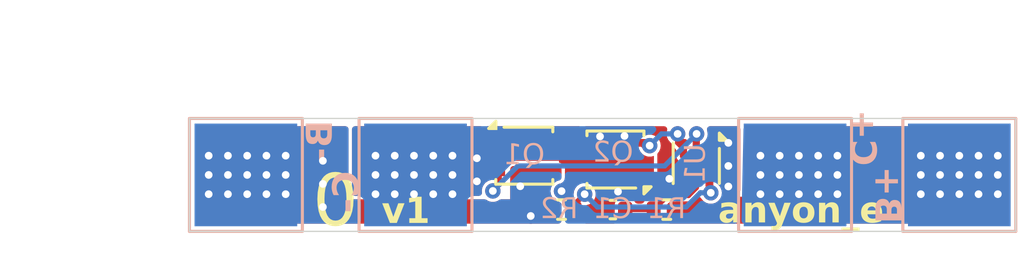
<source format=kicad_pcb>
(kicad_pcb (version 20240225) (generator "pcbnew") (generator_version "8.99")
  (layers (0 "F.Cu" signal) (31 "B.Cu" signal) (34 "B.Paste" user) (35 "F.Paste" user) (36 "B.SilkS" user "B.Silkscreen") (37 "F.SilkS" user "F.Silkscreen") (38 "B.Mask" user) (39 "F.Mask" user) (44 "Edge.Cuts" user))
  (net 0 "")
  (net 1 "Net-(U1-BAT)")
  (net 2 "/VSS")
  (net 3 "Net-(Q1-G)")
  (net 4 "/OUT_N")
  (net 5 "Net-(Q2-G)")
  (net 6 "/CELL_P")
  (net 7 "/V-")
  (net 9 "/D")
  (footprint "Package_SON:Texas_DQK" (layer "F.Cu") (at 130.55 95.5)
    (property "Reference" "Q1" (at 0 0 0) (layer "B.SilkS") (effects (font (size 0.8 0.8) (thickness 0.5)) (justify mirror)))
    (property "Value" "CSD16301Q2")
    (fp_line (start -1.11 0.93) (end -1.11 1.11) (stroke (width 0.12)) (layer "F.SilkS"))
    (fp_line (start -1.11 1.11) (end 1.11 1.11) (stroke (width 0.12)) (layer "F.SilkS"))
    (fp_line (start -0.79 -1.11) (end 1.11 -1.11) (stroke (width 0.12)) (layer "F.SilkS"))
    (fp_line (start 1.11 -1.11) (end 1.11 -0.93) (stroke (width 0.12)) (layer "F.SilkS"))
    (fp_line (start 1.11 0.93) (end 1.11 1.11) (stroke (width 0.12)) (layer "F.SilkS"))
    (fp_poly (pts (xy -1.11 -1.06) (xy -1.39 -1.06) (xy -1.11 -1.34) (xy -1.11 -1.06)) (stroke (width 0.12)) (fill solid) (layer "F.SilkS"))
    (pad "1" smd roundrect (at -0.975 -0.65) (size 0.45 0.3) (layers "F.Cu" "F.Paste" "F.Mask") (roundrect_rratio 0.167) (net 9 "/D"))
    (pad "2" smd roundrect (at -0.975 0) (size 0.45 0.3) (layers "F.Cu" "F.Paste" "F.Mask") (roundrect_rratio 0.167) (net 9 "/D"))
    (pad "3" smd roundrect (at -0.975 0.65) (size 0.45 0.3) (layers "F.Cu" "F.Paste" "F.Mask") (roundrect_rratio 0.167) (net 3 "Net-(Q1-G)"))
    (pad "4" smd roundrect (at 0.975 0.65) (size 0.45 0.3) (layers "F.Cu" "F.Paste" "F.Mask") (roundrect_rratio 0.167) (net 4 "/OUT_N"))
    (pad "5" smd roundrect (at 0.975 0) (size 0.45 0.3) (layers "F.Cu" "F.Paste" "F.Mask") (roundrect_rratio 0.167) (net 9 "/D"))
    (pad "6" smd roundrect (at 0.975 -0.65) (size 0.45 0.3) (layers "F.Cu" "F.Paste" "F.Mask") (roundrect_rratio 0.167) (net 9 "/D"))
    (pad "7" smd roundrect (at 0.095 0.65) (size 0.75 0.3) (layers "F.Cu" "F.Mask") (roundrect_rratio 0.167) (net 4 "/OUT_N"))
    (pad "8" smd roundrect (at 0 -0.325) (size 1 0.95) (layers "F.Cu" "F.Mask") (roundrect_rratio 0.053) (net 9 "/D"))
  )
  (footprint "Resistor_SMD:R_0402_1005Metric" (layer "F.Cu") (at 136.1 97.6 180)
    (property "Reference" "R1" (at 0 0 0) (layer "B.SilkS") (effects (font (size 0.8 0.8) (thickness 0.5)) (justify mirror)))
    (property "Value" "330R")
    (fp_line (start -0.153641 0.38) (end 0.153641 0.38) (stroke (width 0.12)) (layer "F.SilkS"))
    (fp_line (start -0.153641 -0.38) (end 0.153641 -0.38) (stroke (width 0.12)) (layer "F.SilkS"))
    (pad "1" smd roundrect (at -0.51 0 180) (size 0.54 0.64) (layers "F.Cu" "F.Paste" "F.Mask") (net 6 "/CELL_P"))
    (pad "2" smd roundrect (at 0.51 0 180) (size 0.54 0.64) (layers "F.Cu" "F.Paste" "F.Mask") (net 1 "Net-(U1-BAT)"))
  )
  (footprint "Package_SON:WSON-6_1.5x1.5mm_P0.5mm" (layer "F.Cu") (at 137.25 95.8 -90)
    (property "Reference" "U1" (at 0 0 -90) (layer "B.SilkS") (effects (font (size 0.8 0.8) (thickness 0.5)) (justify mirror)))
    (property "Value" "BQ29707")
    (fp_line (start -0.785 0.9) (end 0.785 0.9) (stroke (width 0.12)) (layer "F.SilkS"))
    (fp_line (start -0.58 -0.9) (end 0.78 -0.9) (stroke (width 0.12)) (layer "F.SilkS"))
    (fp_poly (pts (xy -0.9 -0.9) (xy -1.18 -0.9) (xy -0.9 -1.18) (xy -0.9 -0.9)) (stroke (width 0.12)) (fill solid) (layer "F.SilkS"))
    (pad "1" smd roundrect (at -0.525 -0.5 180) (size 0.28 0.85) (layers "F.Cu" "F.Paste" "F.Mask"))
    (pad "2" smd roundrect (at -0.575 0 180) (size 0.28 0.75) (layers "F.Cu" "F.Paste" "F.Mask") (net 3 "Net-(Q1-G)"))
    (pad "3" smd roundrect (at -0.575 0.5 180) (size 0.28 0.75) (layers "F.Cu" "F.Paste" "F.Mask") (net 5 "Net-(Q2-G)"))
    (pad "4" smd roundrect (at 0.575 0.5 180) (size 0.28 0.75) (layers "F.Cu" "F.Paste" "F.Mask") (net 2 "/VSS"))
    (pad "5" smd roundrect (at 0.575 0 180) (size 0.28 0.75) (layers "F.Cu" "F.Paste" "F.Mask") (net 1 "Net-(U1-BAT)"))
    (pad "6" smd roundrect (at 0.575 -0.5 180) (size 0.28 0.75) (layers "F.Cu" "F.Paste" "F.Mask") (net 7 "/V-"))
  )
  (footprint "Package_SON:Texas_DQK" (layer "F.Cu") (at 134.1 95.65 180)
    (property "Reference" "Q2" (at 0.1 0.25 0) (layer "B.SilkS") (effects (font (size 0.8 0.8) (thickness 0.5)) (justify mirror)))
    (property "Value" "CSD16301Q2")
    (fp_line (start 1.11 0.93) (end 1.11 1.11) (stroke (width 0.12)) (layer "F.SilkS"))
    (fp_line (start 1.11 -1.11) (end 1.11 -0.93) (stroke (width 0.12)) (layer "F.SilkS"))
    (fp_line (start -0.79 -1.11) (end 1.11 -1.11) (stroke (width 0.12)) (layer "F.SilkS"))
    (fp_line (start -1.11 1.11) (end 1.11 1.11) (stroke (width 0.12)) (layer "F.SilkS"))
    (fp_line (start -1.11 0.93) (end -1.11 1.11) (stroke (width 0.12)) (layer "F.SilkS"))
    (fp_poly (pts (xy -1.11 -1.06) (xy -1.39 -1.06) (xy -1.11 -1.34) (xy -1.11 -1.06)) (stroke (width 0.12)) (fill solid) (layer "F.SilkS"))
    (pad "1" smd roundrect (at -0.975 -0.65 180) (size 0.45 0.3) (layers "F.Cu" "F.Paste" "F.Mask") (roundrect_rratio 0.167) (net 9 "/D"))
    (pad "2" smd roundrect (at -0.975 0 180) (size 0.45 0.3) (layers "F.Cu" "F.Paste" "F.Mask") (roundrect_rratio 0.167) (net 9 "/D"))
    (pad "3" smd roundrect (at -0.975 0.65 180) (size 0.45 0.3) (layers "F.Cu" "F.Paste" "F.Mask") (roundrect_rratio 0.167) (net 5 "Net-(Q2-G)"))
    (pad "4" smd roundrect (at 0.975 0.65 180) (size 0.45 0.3) (layers "F.Cu" "F.Paste" "F.Mask") (roundrect_rratio 0.167) (net 2 "/VSS"))
    (pad "5" smd roundrect (at 0.975 0 180) (size 0.45 0.3) (layers "F.Cu" "F.Paste" "F.Mask") (roundrect_rratio 0.167) (net 9 "/D"))
    (pad "6" smd roundrect (at 0.975 -0.65 180) (size 0.45 0.3) (layers "F.Cu" "F.Paste" "F.Mask") (roundrect_rratio 0.167) (net 9 "/D"))
    (pad "7" smd roundrect (at 0.095 0.65 180) (size 0.75 0.3) (layers "F.Cu" "F.Mask") (roundrect_rratio 0.167) (net 2 "/VSS"))
    (pad "8" smd roundrect (at 0 -0.325 180) (size 1 0.95) (layers "F.Cu" "F.Mask") (roundrect_rratio 0.053) (net 9 "/D"))
  )
  (footprint "Resistor_SMD:R_0402_1005Metric" (layer "F.Cu") (at 132 97.6 180)
    (property "Reference" "R2" (at 0.1 0 0) (layer "B.SilkS") (effects (font (size 0.8 0.8) (thickness 0.5)) (justify mirror)))
    (property "Value" "2.2k")
    (fp_line (start -0.153641 0.38) (end 0.153641 0.38) (stroke (width 0.12)) (layer "F.SilkS"))
    (fp_line (start -0.153641 -0.38) (end 0.153641 -0.38) (stroke (width 0.12)) (layer "F.SilkS"))
    (pad "1" smd roundrect (at -0.51 0 180) (size 0.54 0.64) (layers "F.Cu" "F.Paste" "F.Mask") (net 7 "/V-"))
    (pad "2" smd roundrect (at 0.51 0 180) (size 0.54 0.64) (layers "F.Cu" "F.Paste" "F.Mask") (net 4 "/OUT_N"))
  )
  (footprint "Capacitor_SMD:C_0402_1005Metric" (layer "F.Cu") (at 134 97.6 180)
    (property "Reference" "C1" (at 0 0 0) (layer "B.SilkS") (effects (font (size 0.8 0.8) (thickness 0.5)) (justify mirror)))
    (property "Value" "0.1uF")
    (fp_line (start -0.107836 0.36) (end 0.107836 0.36) (stroke (width 0.12)) (layer "F.SilkS"))
    (fp_line (start -0.107836 -0.36) (end 0.107836 -0.36) (stroke (width 0.12)) (layer "F.SilkS"))
    (pad "1" smd roundrect (at -0.48 0 180) (size 0.56 0.62) (layers "F.Cu" "F.Paste" "F.Mask") (net 1 "Net-(U1-BAT)"))
    (pad "2" smd roundrect (at 0.48 0 180) (size 0.56 0.62) (layers "F.Cu" "F.Paste" "F.Mask") (net 2 "/VSS"))
  )
  (footprint "TestPoint:TestPoint_Pad_4.0x4.0mm" (layer "B.Cu") (at 147.5 96.25 180)
    (property "Reference" "TP1" (hide yes))
    (property "Value" "OUT_P")
    (fp_line (start 2.2 2.2) (end -2.2 2.2) (stroke (width 0.12)) (layer "B.SilkS"))
    (fp_line (start 2.2 -2.2) (end 2.2 2.2) (stroke (width 0.12)) (layer "B.SilkS"))
    (fp_line (start -2.2 2.2) (end -2.2 -2.2) (stroke (width 0.12)) (layer "B.SilkS"))
    (fp_line (start -2.2 -2.2) (end 2.2 -2.2) (stroke (width 0.12)) (layer "B.SilkS"))
    (pad "1" smd rect (at 0 0 180) (size 4 4) (layers "B.Cu" "B.Mask") (net 6 "/CELL_P"))
  )
  (footprint "TestPoint:TestPoint_Pad_4.0x4.0mm" (layer "B.Cu") (at 119.7 96.25 180)
    (property "Reference" "TP4" (hide yes))
    (property "Value" "OUT_N")
    (fp_line (start 2.2 2.2) (end -2.2 2.2) (stroke (width 0.12)) (layer "B.SilkS"))
    (fp_line (start 2.2 -2.2) (end 2.2 2.2) (stroke (width 0.12)) (layer "B.SilkS"))
    (fp_line (start -2.2 2.2) (end -2.2 -2.2) (stroke (width 0.12)) (layer "B.SilkS"))
    (fp_line (start -2.2 -2.2) (end 2.2 -2.2) (stroke (width 0.12)) (layer "B.SilkS"))
    (pad "1" smd rect (at 0 0 180) (size 4 4) (layers "B.Cu" "B.Mask") (net 4 "/OUT_N"))
  )
  (footprint "TestPoint:TestPoint_Pad_4.0x4.0mm" (layer "B.Cu") (at 141.1 96.25 180)
    (property "Reference" "TP2" (hide yes))
    (property "Value" "CELL_P")
    (fp_line (start 2.2 2.2) (end -2.2 2.2) (stroke (width 0.12)) (layer "B.SilkS"))
    (fp_line (start 2.2 -2.2) (end 2.2 2.2) (stroke (width 0.12)) (layer "B.SilkS"))
    (fp_line (start -2.2 2.2) (end -2.2 -2.2) (stroke (width 0.12)) (layer "B.SilkS"))
    (fp_line (start -2.2 -2.2) (end 2.2 -2.2) (stroke (width 0.12)) (layer "B.SilkS"))
    (pad "1" smd rect (at 0 0 180) (size 4 4) (layers "B.Cu" "B.Mask") (net 6 "/CELL_P"))
  )
  (footprint "TestPoint:TestPoint_Pad_4.0x4.0mm" (layer "B.Cu") (at 126.31 96.25 180)
    (property "Reference" "TP3" (hide yes))
    (property "Value" "CELL_N")
    (fp_line (start 2.2 2.2) (end -2.2 2.2) (stroke (width 0.12)) (layer "B.SilkS"))
    (fp_line (start 2.2 -2.2) (end 2.2 2.2) (stroke (width 0.12)) (layer "B.SilkS"))
    (fp_line (start -2.2 2.2) (end -2.2 -2.2) (stroke (width 0.12)) (layer "B.SilkS"))
    (fp_line (start -2.2 -2.2) (end 2.2 -2.2) (stroke (width 0.12)) (layer "B.SilkS"))
    (pad "1" smd rect (at 0 0 180) (size 4 4) (layers "B.Cu" "B.Mask") (net 2 "/VSS"))
  )
  (gr_rect (start 117.5 94.05) (end 149.7 98.45) (stroke (width 0.05)) (fill none) (layer "Edge.Cuts"))
  (gr_text "0" (at 143.41 97.48 0) (layer "F.Cu" knockout) (effects (font (size 1.5 1.5) (thickness 0.3) (bold yes)) (justify left bottom)))
  (gr_text "B+" (at 144.06 98.15 -90) (layer "B.SilkS") (effects (font (size 1 1) (thickness 0.25) (bold yes)) (justify left bottom mirror)))
  (gr_text "C+" (at 143.09 95.9 -90) (layer "B.SilkS") (effects (font (size 1 1) (thickness 0.25) (bold yes)) (justify left bottom mirror)))
  (gr_text "B-" (at 123.22 94.12 -270) (layer "B.SilkS") (effects (font (size 1 1) (thickness 0.25) (bold yes)) (justify left bottom mirror)))
  (gr_text "C-" (at 124.25 96.1 90) (layer "B.SilkS") (effects (font (size 1 1) (thickness 0.25) (bold yes)) (justify left bottom mirror)))
  (gr_text "v1" (at 124.99 98.29 0) (layer "F.SilkS") (effects (font (size 1 1) (thickness 0.25) (bold yes)) (justify left bottom)))
  (gr_text "0" (at 122.3 98.55 0) (layer "F.SilkS") (effects (font (size 2 2) (thickness 0.25)) (justify left bottom)))
  (gr_text "anyon_e" (at 138.1 98.27 0) (layer "F.SilkS") (effects (font (size 1 1) (thickness 0.25) (bold yes)) (justify left bottom)))
  (segment (start 137.25 96.375) (end 137.25 96.75) (width 0.2) (layer "F.Cu") (net 1))
  (segment (start 137.25 96.75) (end 136.947 97.053) (width 0.2) (layer "F.Cu") (net 1))
  (segment (start 136.947 97.053) (end 136.137 97.053) (width 0.2) (layer "F.Cu") (net 1))
  (segment (start 136.137 97.053) (end 135.59 97.6) (width 0.2) (layer "F.Cu") (net 1))
  (segment (start 135.59 97.6) (end 134.48 97.6) (width 0.2) (layer "F.Cu") (net 1))
  (segment (start 133.125 95) (end 133.25 95) (width 0.2) (layer "F.Cu") (net 2))
  (segment (start 134.005 95) (end 134.183726 95) (width 0.2) (layer "F.Cu") (net 2))
  (segment (start 133.25 95) (end 133.5 94.75) (width 0.2) (layer "F.Cu") (net 2))
  (segment (start 134.183726 95) (end 134.453085 94.730641) (width 0.2) (layer "F.Cu") (net 2))
  (via (at 127 97) (size 0.6) (drill 0.3) (layers "F.Cu" "B.Cu") (net 2))
  (via (at 138.5 95.9) (size 0.6) (drill 0.3) (layers "F.Cu" "B.Cu") (net 2))
  (via (at 134.453085 94.730641) (size 0.6) (drill 0.3) (layers "F.Cu" "B.Cu") (net 2))
  (via (at 132 96.881709) (size 0.6) (drill 0.3) (layers "F.Cu" "B.Cu") (net 2))
  (via (at 124.75 97) (size 0.6) (drill 0.3) (layers "F.Cu" "B.Cu") (net 2))
  (via (at 127.75 95.5) (size 0.6) (drill 0.3) (layers "F.Cu" "B.Cu") (net 2))
  (via (at 128.7 96.5) (size 0.6) (drill 0.3) (layers "F.Cu" "B.Cu") (net 2))
  (via (at 125.5 96.25) (size 0.6) (drill 0.3) (layers "F.Cu" "B.Cu") (net 2))
  (via (at 136.2 96.4) (size 0.6) (drill 0.3) (layers "F.Cu" "B.Cu") (net 2))
  (via (at 127.75 97) (size 0.6) (drill 0.3) (layers "F.Cu" "B.Cu") (net 2))
  (via (at 126.25 97) (size 0.6) (drill 0.3) (layers "F.Cu" "B.Cu") (net 2))
  (via (at 126.25 95.5) (size 0.6) (drill 0.3) (layers "F.Cu" "B.Cu") (net 2))
  (via (at 127 96.25) (size 0.6) (drill 0.3) (layers "F.Cu" "B.Cu") (net 2))
  (via (at 124.75 96.25) (size 0.6) (drill 0.3) (layers "F.Cu" "B.Cu") (net 2))
  (via (at 128.7 95.6) (size 0.6) (drill 0.3) (layers "F.Cu" "B.Cu") (net 2))
  (via (at 133.5 94.75) (size 0.6) (drill 0.3) (layers "F.Cu" "B.Cu") (net 2))
  (via (at 124.75 95.5) (size 0.6) (drill 0.3) (layers "F.Cu" "B.Cu") (net 2))
  (via (at 138.5 96.7) (size 0.6) (drill 0.3) (layers "F.Cu" "B.Cu") (net 2))
  (via (at 138.5 95) (size 0.6) (drill 0.3) (layers "F.Cu" "B.Cu") (net 2))
  (via (at 127 95.5) (size 0.6) (drill 0.3) (layers "F.Cu" "B.Cu") (net 2))
  (via (at 127.75 96.25) (size 0.6) (drill 0.3) (layers "F.Cu" "B.Cu") (net 2))
  (via (at 134.2 96.9) (size 0.6) (drill 0.3) (layers "F.Cu" "B.Cu") (net 2))
  (via (at 126.25 96.25) (size 0.6) (drill 0.3) (layers "F.Cu" "B.Cu") (net 2))
  (via (at 125.5 95.5) (size 0.6) (drill 0.3) (layers "F.Cu" "B.Cu") (net 2))
  (via (at 125.5 97) (size 0.6) (drill 0.3) (layers "F.Cu" "B.Cu") (net 2))
  (segment (start 137.25 94.662673) (end 137.25 95.225) (width 0.2) (layer "F.Cu") (net 3))
  (segment (start 137.262673 94.65) (end 137.25 94.662673) (width 0.2) (layer "F.Cu") (net 3))
  (segment (start 129.575 96.622438) (end 129.575 96.15) (width 0.2) (layer "F.Cu") (net 3))
  (segment (start 129.323399 96.874039) (end 129.575 96.622438) (width 0.2) (layer "F.Cu") (net 3))
  (via (at 137.262673 94.65) (size 0.6) (drill 0.3) (layers "F.Cu" "B.Cu") (net 3))
  (via (at 129.323399 96.874039) (size 0.6) (drill 0.3) (layers "F.Cu" "B.Cu") (net 3))
  (segment (start 137.262673 94.65) (end 137.262673 94.65588) (width 0.2) (layer "B.Cu") (net 3))
  (segment (start 136.018553 95.9) (end 130.297438 95.9) (width 0.2) (layer "B.Cu") (net 3))
  (segment (start 130.297438 95.9) (end 129.323399 96.874039) (width 0.2) (layer "B.Cu") (net 3))
  (segment (start 137.262673 94.65588) (end 136.018553 95.9) (width 0.2) (layer "B.Cu") (net 3))
  (segment (start 131.05 97.6) (end 130.8 97.85) (width 0.2) (layer "F.Cu") (net 4))
  (segment (start 131.49 97.6) (end 131.05 97.6) (width 0.2) (layer "F.Cu") (net 4))
  (segment (start 130.645 96.436708) (end 130.645 96.15) (width 0.2) (layer "F.Cu") (net 4))
  (segment (start 130.390854 96.690854) (end 130.645 96.436708) (width 0.2) (layer "F.Cu") (net 4))
  (segment (start 131.525 96.15) (end 130.645 96.15) (width 0.2) (layer "F.Cu") (net 4))
  (via (at 119.75 95.5) (size 0.6) (drill 0.3) (layers "F.Cu" "B.Cu") (net 4))
  (via (at 121.25 96.25) (size 0.6) (drill 0.3) (layers "F.Cu" "B.Cu") (net 4))
  (via (at 120.5 97) (size 0.6) (drill 0.3) (layers "F.Cu" "B.Cu") (net 4))
  (via (at 121.25 97) (size 0.6) (drill 0.3) (layers "F.Cu" "B.Cu") (net 4))
  (via (at 122.7 97.5) (size 0.6) (drill 0.3) (layers "F.Cu" "B.Cu") (net 4))
  (via (at 118.25 96.25) (size 0.6) (drill 0.3) (layers "F.Cu" "B.Cu") (net 4))
  (via (at 130.8 97.85) (size 0.6) (drill 0.3) (layers "F.Cu" "B.Cu") (net 4))
  (via (at 118.25 97) (size 0.6) (drill 0.3) (layers "F.Cu" "B.Cu") (net 4))
  (via (at 120.5 96.25) (size 0.6) (drill 0.3) (layers "F.Cu" "B.Cu") (net 4))
  (via (at 120.5 95.5) (size 0.6) (drill 0.3) (layers "F.Cu" "B.Cu") (net 4))
  (via (at 122.7 95.7) (size 0.6) (drill 0.3) (layers "F.Cu" "B.Cu") (net 4))
  (via (at 119.75 96.25) (size 0.6) (drill 0.3) (layers "F.Cu" "B.Cu") (net 4))
  (via (at 122.7 96.6) (size 0.6) (drill 0.3) (layers "F.Cu" "B.Cu") (net 4))
  (via (at 119 96.25) (size 0.6) (drill 0.3) (layers "F.Cu" "B.Cu") (net 4))
  (via (at 119.75 97) (size 0.6) (drill 0.3) (layers "F.Cu" "B.Cu") (net 4))
  (via (at 118.25 95.5) (size 0.6) (drill 0.3) (layers "F.Cu" "B.Cu") (net 4))
  (via (at 130.390854 96.690854) (size 0.6) (drill 0.3) (layers "F.Cu" "B.Cu") (net 4))
  (via (at 121.25 95.5) (size 0.6) (drill 0.3) (layers "F.Cu" "B.Cu") (net 4))
  (via (at 119 97) (size 0.6) (drill 0.3) (layers "F.Cu" "B.Cu") (net 4))
  (via (at 119 95.5) (size 0.6) (drill 0.3) (layers "F.Cu" "B.Cu") (net 4))
  (segment (start 136.523262 94.998262) (end 136.75 95.225) (width 0.2) (layer "F.Cu") (net 5))
  (segment (start 136.523262 94.65) (end 136.523262 94.998262) (width 0.2) (layer "F.Cu") (net 5))
  (segment (start 135.433334 95.108608) (end 135.201674 95.108608) (width 0.2) (layer "F.Cu") (net 5))
  (segment (start 135.201674 95.108608) (end 135.093066 95) (width 0.2) (layer "F.Cu") (net 5))
  (segment (start 135.093066 95) (end 135.075 95) (width 0.2) (layer "F.Cu") (net 5))
  (via (at 136.523262 94.65) (size 0.6) (drill 0.3) (layers "F.Cu" "B.Cu") (net 5))
  (via (at 135.433334 95.108608) (size 0.6) (drill 0.3) (layers "F.Cu" "B.Cu") (net 5))
  (segment (start 136.523262 94.65) (end 135.891942 94.65) (width 0.2) (layer "B.Cu") (net 5))
  (segment (start 135.891942 94.65) (end 135.433334 95.108608) (width 0.2) (layer "B.Cu") (net 5))
  (via (at 142 96.25) (size 0.6) (drill 0.3) (layers "F.Cu" "B.Cu") (net 6))
  (via (at 148.25 96.25) (size 0.6) (drill 0.3) (layers "F.Cu" "B.Cu") (net 6))
  (via (at 140.5 97) (size 0.6) (drill 0.3) (layers "F.Cu" "B.Cu") (net 6))
  (via (at 140.5 95.5) (size 0.6) (drill 0.3) (layers "F.Cu" "B.Cu") (net 6))
  (via (at 149 96.25) (size 0.6) (drill 0.3) (layers "F.Cu" "B.Cu") (net 6))
  (via (at 139.75 96.25) (size 0.6) (drill 0.3) (layers "F.Cu" "B.Cu") (net 6))
  (via (at 147.5 95.5) (size 0.6) (drill 0.3) (layers "F.Cu" "B.Cu") (net 6))
  (via (at 141.25 97) (size 0.6) (drill 0.3) (layers "F.Cu" "B.Cu") (net 6))
  (via (at 147.5 96.25) (size 0.6) (drill 0.3) (layers "F.Cu" "B.Cu") (net 6))
  (via (at 142.75 96.25) (size 0.6) (drill 0.3) (layers "F.Cu" "B.Cu") (net 6))
  (via (at 146 95.5) (size 0.6) (drill 0.3) (layers "F.Cu" "B.Cu") (net 6))
  (via (at 146 97) (size 0.6) (drill 0.3) (layers "F.Cu" "B.Cu") (net 6))
  (via (at 142.75 95.5) (size 0.6) (drill 0.3) (layers "F.Cu" "B.Cu") (net 6))
  (via (at 148.25 95.5) (size 0.6) (drill 0.3) (layers "F.Cu" "B.Cu") (net 6))
  (via (at 141.25 96.25) (size 0.6) (drill 0.3) (layers "F.Cu" "B.Cu") (net 6))
  (via (at 139.75 97) (size 0.6) (drill 0.3) (layers "F.Cu" "B.Cu") (net 6))
  (via (at 142 97) (size 0.6) (drill 0.3) (layers "F.Cu" "B.Cu") (net 6))
  (via (at 142.75 97) (size 0.6) (drill 0.3) (layers "F.Cu" "B.Cu") (net 6))
  (via (at 142 95.5) (size 0.6) (drill 0.3) (layers "F.Cu" "B.Cu") (net 6))
  (via (at 149 95.5) (size 0.6) (drill 0.3) (layers "F.Cu" "B.Cu") (net 6))
  (via (at 146 96.25) (size 0.6) (drill 0.3) (layers "F.Cu" "B.Cu") (net 6))
  (via (at 146.75 95.5) (size 0.6) (drill 0.3) (layers "F.Cu" "B.Cu") (net 6))
  (via (at 146.75 97) (size 0.6) (drill 0.3) (layers "F.Cu" "B.Cu") (net 6))
  (via (at 140.5 96.25) (size 0.6) (drill 0.3) (layers "F.Cu" "B.Cu") (net 6))
  (via (at 147.5 97) (size 0.6) (drill 0.3) (layers "F.Cu" "B.Cu") (net 6))
  (via (at 139.75 95.5) (size 0.6) (drill 0.3) (layers "F.Cu" "B.Cu") (net 6))
  (via (at 141.25 95.5) (size 0.6) (drill 0.3) (layers "F.Cu" "B.Cu") (net 6))
  (via (at 149 97) (size 0.6) (drill 0.3) (layers "F.Cu" "B.Cu") (net 6))
  (via (at 146.75 96.25) (size 0.6) (drill 0.3) (layers "F.Cu" "B.Cu") (net 6))
  (via (at 148.25 97) (size 0.6) (drill 0.3) (layers "F.Cu" "B.Cu") (net 6))
  (segment (start 137.815543 96.945045) (end 137.815543 96.440543) (width 0.2) (layer "F.Cu") (net 7))
  (segment (start 137.815543 96.440543) (end 137.75 96.375) (width 0.2) (layer "F.Cu") (net 7))
  (segment (start 132.51 97.39) (end 132.9 97) (width 0.2) (layer "F.Cu") (net 7))
  (segment (start 132.51 97.6) (end 132.51 97.39) (width 0.2) (layer "F.Cu") (net 7))
  (via (at 137.815543 96.945045) (size 0.6) (drill 0.3) (layers "F.Cu" "B.Cu") (net 7))
  (via (at 132.9 97) (size 0.6) (drill 0.3) (layers "F.Cu" "B.Cu") (net 7))
  (segment (start 136.854709 97.5) (end 137.409664 96.945045) (width 0.2) (layer "B.Cu") (net 7))
  (segment (start 137.409664 96.945045) (end 137.815543 96.945045) (width 0.2) (layer "B.Cu") (net 7))
  (segment (start 132.9 97) (end 133.4 97.5) (width 0.2) (layer "B.Cu") (net 7))
  (segment (start 133.4 97.5) (end 136.854709 97.5) (width 0.2) (layer "B.Cu") (net 7))
  (zone (net 9) (net_name "/D") (layer "F.Cu") (priority 2) (connect_pads yes (clearance 0.01)) (min_thickness 0.025) (fill yes (thermal_gap 0.5) (thermal_bridge_width 0.5))
    (polygon (pts (xy 129.1 94.3) (xy 129.1 95.7) (xy 131.9 95.7) (xy 131.9 96.4) (xy 135.6 96.4) (xy 135.6 95) (xy 132.7 95) (xy 132.7 94.3)))
  )
  (zone (net 6) (net_name "/CELL_P") (layer "F.Cu") (priority 2) (connect_pads yes (clearance 0.01)) (min_thickness 0.25) (fill yes (thermal_gap 0.5) (thermal_bridge_width 0.5))
    (polygon (pts (xy 136.1 97.1) (xy 136.1 98.5) (xy 149.8 98.5) (xy 149.8 94) (xy 139.1 94) (xy 139.1 97.1)))
  )
  (zone (net 4) (net_name "/OUT_N") (layers "F&B.Cu") (priority 2) (connect_pads yes (clearance 0.01)) (min_thickness 0.25) (fill yes (thermal_gap 0.5) (thermal_bridge_width 0.5))
    (polygon (pts (xy 117.4 94) (xy 117.4 98.5) (xy 132 98.5) (xy 132 95.9) (xy 130 95.9) (xy 130 97.2) (xy 123.7 97.2) (xy 123.7 94)))
  )
  (zone (net 2) (net_name "/VSS") (layers "F&B.Cu") (priority 1) (connect_pads yes (clearance 0.01)) (min_thickness 0.25) (fill yes (thermal_gap 0.5) (thermal_bridge_width 0.5))
    (polygon (pts (xy 123.8 94.1) (xy 123.8 98.4) (xy 139 98.4) (xy 139 94.1)))
  )
  (zone (net 6) (net_name "/CELL_P") (layer "B.Cu") (priority 3) (connect_pads yes (clearance 0.01)) (min_thickness 0.25) (fill yes (thermal_gap 0.5) (thermal_bridge_width 0.5))
    (polygon (pts (xy 139.1 94) (xy 139 98.5) (xy 149.8 98.5) (xy 149.8 94)))
  )
)
</source>
